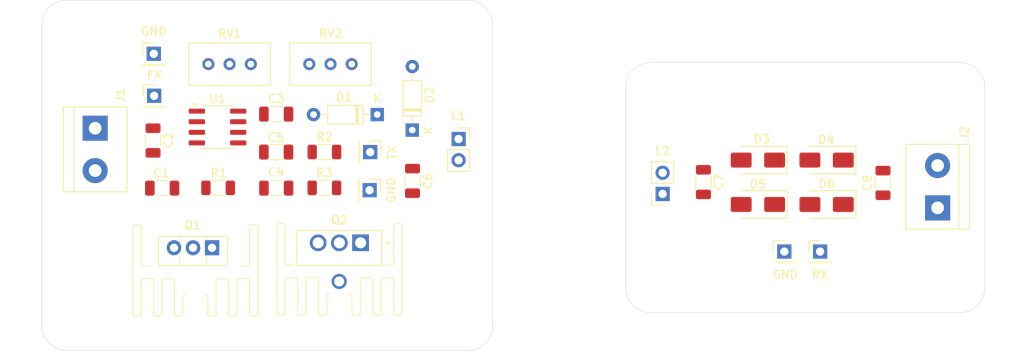
<source format=kicad_pcb>
(kicad_pcb (version 20240108) (generator "pcbnew") (generator_version "8.0")
  (layers (0 "F.Cu" signal) (1 "In1.Cu" signal) (2 "In2.Cu" signal) (31 "B.Cu" signal) (34 "B.Paste" user) (35 "F.Paste" user) (36 "B.SilkS" user "B.Silkscreen") (37 "F.SilkS" user "F.Silkscreen") (38 "B.Mask" user) (39 "F.Mask" user) (44 "Edge.Cuts" user))
  (net 0 "")
  (net 1 "GND")
  (net 2 "+9V")
  (net 3 "Net-(U1-CV)")
  (net 4 "Net-(D1-K)")
  (net 5 "Net-(D2-K)")
  (net 6 "Net-(D2-A)")
  (net 7 "Net-(D5-K)")
  (net 8 "Net-(D3-K)")
  (net 9 "Net-(D4-K)")
  (net 10 "Net-(D1-A)")
  (net 11 "Net-(Q1-C)")
  (net 12 "Net-(Q1-B)")
  (net 13 "Net-(Q2-Pad1)")
  (net 14 "Out_Timer")
  (footprint "MountingHole:MountingHole_3.2mm_M3" (layer "F.Cu") (at 139.76 82.74)
    (property "Reference" "REF**" (hide yes))
    (property "Value" "MountingHole_3.2mm_M3")
    (pad "" np_thru_hole circle (at 0 0) (size 3.2 3.2) (drill 3.2) (layers "*.Cu" "*.Mask"))
  )
  (footprint "TerminalBlock:TerminalBlock_bornier-2_P5.08mm" (layer "F.Cu") (at 197.28 103.3 90)
    (property "Reference" "J2" (at 8.95 3.21 90) (layer "F.SilkS"))
    (property "Value" "Screw_Terminal_01x02")
    (fp_line (start 7.62 -3.81) (end -2.54 -3.81) (stroke (width 0.12)) (layer "F.SilkS"))
    (fp_line (start -2.54 -3.81) (end -2.54 3.81) (stroke (width 0.12)) (layer "F.SilkS"))
    (fp_line (start 7.62 2.54) (end -2.54 2.54) (stroke (width 0.12)) (layer "F.SilkS"))
    (fp_line (start 7.62 3.81) (end 7.62 -3.81) (stroke (width 0.12)) (layer "F.SilkS"))
    (fp_line (start -2.54 3.81) (end 7.62 3.81) (stroke (width 0.12)) (layer "F.SilkS"))
    (pad "1" thru_hole rect (at 0 0 90) (size 3 3) (drill 1.52) (layers "*.Cu" "*.Mask") (net 9 "Net-(D4-K)"))
    (pad "2" thru_hole circle (at 5.08 0 90) (size 3 3) (drill 1.52) (layers "*.Cu" "*.Mask") (net 1 "GND"))
  )
  (footprint "Connector_PinHeader_2.54mm:PinHeader_1x01_P2.54mm_Vertical" (layer "F.Cu") (at 183.21 108.54)
    (property "Reference" "TP4" (hide yes))
    (property "Value" "RX")
    (fp_line (start -1.33 -1.33) (end 0 -1.33) (stroke (width 0.12)) (layer "F.SilkS"))
    (fp_line (start -1.33 0) (end -1.33 -1.33) (stroke (width 0.12)) (layer "F.SilkS"))
    (fp_line (start -1.33 1.27) (end -1.33 1.33) (stroke (width 0.12)) (layer "F.SilkS"))
    (fp_line (start -1.33 1.27) (end 1.33 1.27) (stroke (width 0.12)) (layer "F.SilkS"))
    (fp_line (start -1.33 1.33) (end 1.33 1.33) (stroke (width 0.12)) (layer "F.SilkS"))
    (fp_line (start 1.33 1.27) (end 1.33 1.33) (stroke (width 0.12)) (layer "F.SilkS"))
    (pad "1" thru_hole rect (at 0 0) (size 1.7 1.7) (drill 1) (layers "*.Cu" "*.Mask") (net 8 "Net-(D3-K)"))
  )
  (footprint "Connector_PinHeader_2.54mm:PinHeader_1x01_P2.54mm_Vertical" (layer "F.Cu") (at 103.47 89.86)
    (property "Reference" "TP2" (hide yes))
    (property "Value" "OutTim")
    (fp_line (start -1.33 -1.33) (end 0 -1.33) (stroke (width 0.12)) (layer "F.SilkS"))
    (fp_line (start -1.33 0) (end -1.33 -1.33) (stroke (width 0.12)) (layer "F.SilkS"))
    (fp_line (start -1.33 1.27) (end -1.33 1.33) (stroke (width 0.12)) (layer "F.SilkS"))
    (fp_line (start -1.33 1.27) (end 1.33 1.27) (stroke (width 0.12)) (layer "F.SilkS"))
    (fp_line (start -1.33 1.33) (end 1.33 1.33) (stroke (width 0.12)) (layer "F.SilkS"))
    (fp_line (start 1.33 1.27) (end 1.33 1.33) (stroke (width 0.12)) (layer "F.SilkS"))
    (pad "1" thru_hole rect (at 0 0) (size 1.7 1.7) (drill 1) (layers "*.Cu" "*.Mask") (net 14 "Out_Timer"))
  )
  (footprint "TerminalBlock:TerminalBlock_bornier-2_P5.08mm" (layer "F.Cu") (at 96.41 93.75 -90)
    (property "Reference" "J1" (at -3.95 -3.03 90) (layer "F.SilkS"))
    (property "Value" "Screw_Terminal_01x02")
    (fp_line (start -2.54 3.81) (end 7.62 3.81) (stroke (width 0.12)) (layer "F.SilkS"))
    (fp_line (start 7.62 3.81) (end 7.62 -3.81) (stroke (width 0.12)) (layer "F.SilkS"))
    (fp_line (start 7.62 2.54) (end -2.54 2.54) (stroke (width 0.12)) (layer "F.SilkS"))
    (fp_line (start -2.54 -3.81) (end -2.54 3.81) (stroke (width 0.12)) (layer "F.SilkS"))
    (fp_line (start 7.62 -3.81) (end -2.54 -3.81) (stroke (width 0.12)) (layer "F.SilkS"))
    (pad "1" thru_hole rect (at 0 0 270) (size 3 3) (drill 1.52) (layers "*.Cu" "*.Mask") (net 1 "GND"))
    (pad "2" thru_hole circle (at 5.08 0 270) (size 3 3) (drill 1.52) (layers "*.Cu" "*.Mask") (net 2 "+9V"))
  )
  (footprint "Connector_PinSocket_2.54mm:PinSocket_1x02_P2.54mm_Vertical" (layer "F.Cu") (at 139.925 95.04)
    (property "Reference" "L1" (at 0 -2.77 0) (layer "F.SilkS"))
    (property "Value" "Conn_01x02_Socket")
    (fp_line (start -1.33 1.27) (end -1.33 3.87) (stroke (width 0.12)) (layer "F.SilkS"))
    (fp_line (start -1.33 1.27) (end 1.33 1.27) (stroke (width 0.12)) (layer "F.SilkS"))
    (fp_line (start -1.33 3.87) (end 1.33 3.87) (stroke (width 0.12)) (layer "F.SilkS"))
    (fp_line (start 0 -1.33) (end 1.33 -1.33) (stroke (width 0.12)) (layer "F.SilkS"))
    (fp_line (start 1.33 -1.33) (end 1.33 0) (stroke (width 0.12)) (layer "F.SilkS"))
    (fp_line (start 1.33 1.27) (end 1.33 3.87) (stroke (width 0.12)) (layer "F.SilkS"))
    (pad "1" thru_hole rect (at 0 0) (size 1.7 1.7) (drill 1) (layers "*.Cu" "*.Mask") (net 5 "Net-(D2-K)"))
    (pad "2" thru_hole oval (at 0 2.54) (size 1.7 1.7) (drill 1) (layers "*.Cu" "*.Mask") (net 6 "Net-(D2-A)"))
  )
  (footprint "Connector_PinHeader_2.54mm:PinHeader_1x01_P2.54mm_Vertical" (layer "F.Cu") (at 129.27 101.18 -90)
    (property "Reference" "TP5" (hide yes))
    (property "Value" "GND")
    (fp_line (start -1.33 1.33) (end 1.33 1.33) (stroke (width 0.12)) (layer "F.SilkS"))
    (fp_line (start -1.33 1.27) (end -1.33 1.33) (stroke (width 0.12)) (layer "F.SilkS"))
    (fp_line (start -1.33 1.27) (end 1.33 1.27) (stroke (width 0.12)) (layer "F.SilkS"))
    (fp_line (start 1.33 1.27) (end 1.33 1.33) (stroke (width 0.12)) (layer "F.SilkS"))
    (fp_line (start -1.33 0) (end -1.33 -1.33) (stroke (width 0.12)) (layer "F.SilkS"))
    (fp_line (start -1.33 -1.33) (end 0 -1.33) (stroke (width 0.12)) (layer "F.SilkS"))
    (pad "1" thru_hole rect (at 0 0 270) (size 1.7 1.7) (drill 1) (layers "*.Cu" "*.Mask") (net 1 "GND"))
  )
  (footprint "Resistor_SMD:R_1206_3216Metric" (layer "F.Cu") (at 123.8575 100.9)
    (property "Reference" "R3" (at 0 -1.82 0) (layer "F.SilkS"))
    (property "Value" "150Ω")
    (fp_line (start -0.727064 -0.91) (end 0.727064 -0.91) (stroke (width 0.12)) (layer "F.SilkS"))
    (fp_line (start -0.727064 0.91) (end 0.727064 0.91) (stroke (width 0.12)) (layer "F.SilkS"))
    (pad "1" smd roundrect (at -1.4625 0) (size 1.125 1.75) (layers "F.Cu" "F.Paste" "F.Mask") (roundrect_rratio 0.222222) (net 11 "Net-(Q1-C)"))
    (pad "2" smd roundrect (at 1.4625 0) (size 1.125 1.75) (layers "F.Cu" "F.Paste" "F.Mask") (roundrect_rratio 0.222222) (net 13 "Net-(Q2-Pad1)"))
  )
  (footprint "Capacitor_SMD:C_1206_3216Metric" (layer "F.Cu") (at 169.24 100.21 -90)
    (property "Reference" "C7" (at 0 -1.85 90) (layer "F.SilkS"))
    (property "Value" "2nF")
    (fp_line (start -0.711252 0.91) (end 0.711252 0.91) (stroke (width 0.12)) (layer "F.SilkS"))
    (fp_line (start -0.711252 -0.91) (end 0.711252 -0.91) (stroke (width 0.12)) (layer "F.SilkS"))
    (pad "1" smd roundrect (at -1.475 0 270) (size 1.15 1.8) (layers "F.Cu" "F.Paste" "F.Mask") (roundrect_rratio 0.217391) (net 8 "Net-(D3-K)"))
    (pad "2" smd roundrect (at 1.475 0 270) (size 1.15 1.8) (layers "F.Cu" "F.Paste" "F.Mask") (roundrect_rratio 0.217391) (net 7 "Net-(D5-K)"))
  )
  (footprint "Diode_THT:D_DO-35_SOD27_P7.62mm_Horizontal" (layer "F.Cu") (at 134.38 93.97 90)
    (property "Reference" "D2" (at 4.19 2.09 90) (layer "F.SilkS"))
    (property "Value" "1N4148")
    (fp_line (start 5.93 -1.12) (end 1.69 -1.12) (stroke (width 0.12)) (layer "F.SilkS"))
    (fp_line (start 2.53 -1.12) (end 2.53 1.12) (stroke (width 0.12)) (layer "F.SilkS"))
    (fp_line (start 2.41 -1.12) (end 2.41 1.12) (stroke (width 0.12)) (layer "F.SilkS"))
    (fp_line (start 2.29 -1.12) (end 2.29 1.12) (stroke (width 0.12)) (layer "F.SilkS"))
    (fp_line (start 1.69 -1.12) (end 1.69 1.12) (stroke (width 0.12)) (layer "F.SilkS"))
    (fp_line (start 6.58 0) (end 5.93 0) (stroke (width 0.12)) (layer "F.SilkS"))
    (fp_line (start 1.04 0) (end 1.69 0) (stroke (width 0.12)) (layer "F.SilkS"))
    (fp_line (start 5.93 1.12) (end 5.93 -1.12) (stroke (width 0.12)) (layer "F.SilkS"))
    (fp_line (start 1.69 1.12) (end 5.93 1.12) (stroke (width 0.12)) (layer "F.SilkS"))
    (fp_text user "K" (at 0 1.92 90) (layer "F.SilkS"))
    (pad "1" thru_hole rect (at 0 0 90) (size 1.6 1.6) (drill 0.8) (layers "*.Cu" "*.Mask") (net 5 "Net-(D2-K)"))
    (pad "2" thru_hole oval (at 7.62 0 90) (size 1.6 1.6) (drill 0.8) (layers "*.Cu" "*.Mask") (net 6 "Net-(D2-A)"))
  )
  (footprint "MountingHole:MountingHole_3.2mm_M3" (layer "F.Cu") (at 139.69 116.14)
    (property "Reference" "REF**" (hide yes))
    (property "Value" "MountingHole_3.2mm_M3")
    (pad "" np_thru_hole circle (at 0 0) (size 3.2 3.2) (drill 3.2) (layers "*.Cu" "*.Mask"))
  )
  (footprint "Capacitor_SMD:C_1206_3216Metric" (layer "F.Cu") (at 103.34 95.225 -90)
    (property "Reference" "C2" (at 0 -1.85 90) (layer "F.SilkS"))
    (property "Value" "100nF")
    (fp_line (start -0.711252 0.91) (end 0.711252 0.91) (stroke (width 0.12)) (layer "F.SilkS"))
    (fp_line (start -0.711252 -0.91) (end 0.711252 -0.91) (stroke (width 0.12)) (layer "F.SilkS"))
    (pad "1" smd roundrect (at -1.475 0 270) (size 1.15 1.8) (layers "F.Cu" "F.Paste" "F.Mask") (roundrect_rratio 0.217391) (net 2 "+9V"))
    (pad "2" smd roundrect (at 1.475 0 270) (size 1.15 1.8) (layers "F.Cu" "F.Paste" "F.Mask") (roundrect_rratio 0.217391) (net 1 "GND"))
  )
  (footprint "MountingHole:MountingHole_3.2mm_M3" (layer "F.Cu") (at 198.16 111.44)
    (property "Reference" "REF**" (hide yes))
    (property "Value" "MountingHole_3.2mm_M3")
    (pad "" np_thru_hole circle (at 0 0) (size 3.2 3.2) (drill 3.2) (layers "*.Cu" "*.Mask"))
  )
  (footprint "Diode_SMD:D_SMA" (layer "F.Cu") (at 175.7625 102.89 180)
    (property "Reference" "D5" (at -0.01 2.43 360) (layer "F.SilkS"))
    (property "Value" "SS14")
    (fp_line (start -3.51 1.65) (end 2 1.65) (stroke (width 0.12)) (layer "F.SilkS"))
    (fp_line (start -3.51 -1.65) (end 2 -1.65) (stroke (width 0.12)) (layer "F.SilkS"))
    (fp_line (start -3.51 -1.65) (end -3.51 1.65) (stroke (width 0.12)) (layer "F.SilkS"))
    (pad "1" smd roundrect (at -2 0 180) (size 2.5 1.8) (layers "F.Cu" "F.Paste" "F.Mask") (roundrect_rratio 0.1388888889) (net 7 "Net-(D5-K)"))
    (pad "2" smd roundrect (at 2 0 180) (size 2.5 1.8) (layers "F.Cu" "F.Paste" "F.Mask") (roundrect_rratio 0.1388888889) (net 1 "GND"))
  )
  (footprint "Package_SO:SOIC-8_3.9x4.9mm_P1.27mm" (layer "F.Cu") (at 111.065 93.605)
    (property "Reference" "U1" (at 0 -3.4 360) (layer "F.SilkS"))
    (property "Value" "NE555D")
    (fp_line (start 0 -2.56) (end -1.95 -2.56) (stroke (width 0.12)) (layer "F.SilkS"))
    (fp_line (start 0 -2.56) (end 1.95 -2.56) (stroke (width 0.12)) (layer "F.SilkS"))
    (fp_line (start 0 2.56) (end -1.95 2.56) (stroke (width 0.12)) (layer "F.SilkS"))
    (fp_line (start 0 2.56) (end 1.95 2.56) (stroke (width 0.12)) (layer "F.SilkS"))
    (fp_poly (pts (xy -2.7 -2.465) (xy -2.94 -2.795) (xy -2.46 -2.795) (xy -2.7 -2.465)) (stroke (width 0.12)) (fill solid) (layer "F.SilkS"))
    (pad "1" smd roundrect (at -2.475 -1.905) (size 1.95 0.6) (layers "F.Cu" "F.Paste" "F.Mask") (net 1 "GND"))
    (pad "2" smd roundrect (at -2.475 -0.635) (size 1.95 0.6) (layers "F.Cu" "F.Paste" "F.Mask") (net 4 "Net-(D1-K)"))
    (pad "3" smd roundrect (at -2.475 0.635) (size 1.95 0.6) (layers "F.Cu" "F.Paste" "F.Mask") (net 14 "Out_Timer"))
    (pad "4" smd roundrect (at -2.475 1.905) (size 1.95 0.6) (layers "F.Cu" "F.Paste" "F.Mask") (net 2 "+9V"))
    (pad "5" smd roundrect (at 2.475 1.905) (size 1.95 0.6) (layers "F.Cu" "F.Paste" "F.Mask") (net 3 "Net-(U1-CV)"))
    (pad "6" smd roundrect (at 2.475 0.635) (size 1.95 0.6) (layers "F.Cu" "F.Paste" "F.Mask") (net 4 "Net-(D1-K)"))
    (pad "7" smd roundrect (at 2.475 -0.635) (size 1.95 0.6) (layers "F.Cu" "F.Paste" "F.Mask") (net 10 "Net-(D1-A)"))
    (pad "8" smd roundrect (at 2.475 -1.905) (size 1.95 0.6) (layers "F.Cu" "F.Paste" "F.Mask") (net 2 "+9V"))
  )
  (footprint "Connector_PinHeader_2.54mm:PinHeader_1x01_P2.54mm_Vertical" (layer "F.Cu") (at 129.34 96.62 -90)
    (property "Reference" "TP3" (hide yes))
    (property "Value" "TX")
    (fp_line (start -1.33 1.33) (end 1.33 1.33) (stroke (width 0.12)) (layer "F.SilkS"))
    (fp_line (start -1.33 1.27) (end -1.33 1.33) (stroke (width 0.12)) (layer "F.SilkS"))
    (fp_line (start -1.33 1.27) (end 1.33 1.27) (stroke (width 0.12)) (layer "F.SilkS"))
    (fp_line (start 1.33 1.27) (end 1.33 1.33) (stroke (width 0.12)) (layer "F.SilkS"))
    (fp_line (start -1.33 0) (end -1.33 -1.33) (stroke (width 0.12)) (layer "F.SilkS"))
    (fp_line (start -1.33 -1.33) (end 0 -1.33) (stroke (width 0.12)) (layer "F.SilkS"))
    (pad "1" thru_hole rect (at 0 0 270) (size 1.7 1.7) (drill 1) (layers "*.Cu" "*.Mask") (net 6 "Net-(D2-A)"))
  )
  (footprint "Huellas:TO254P1016X419X2286-3" (layer "F.Cu") (at 125.6525 107.49 180)
    (property "Reference" "Q2" (at 0.0025 2.72 360) (layer "F.SilkS"))
    (property "Value" "IRFZ44N")
    (fp_line (start 5.08 1.4775) (end -5.08 1.4775) (stroke (width 0.127)) (layer "F.SilkS"))
    (fp_line (start 5.08 -2.7175) (end 5.08 1.4775) (stroke (width 0.127)) (layer "F.SilkS"))
    (fp_line (start -5.08 1.4775) (end -5.08 -2.7175) (stroke (width 0.127)) (layer "F.SilkS"))
    (fp_line (start -5.08 -2.7175) (end 5.08 -2.7175) (stroke (width 0.127)) (layer "F.SilkS"))
    (fp_circle (center -5.83 0) (end -5.73 0) (stroke (width 0.2)) (fill none) (layer "F.SilkS"))
    (pad "1" thru_hole rect (at -2.54 0 180) (size 1.995 1.995) (drill 1.33) (layers "*.Cu" "*.Mask") (net 13 "Net-(Q2-Pad1)"))
    (pad "2" thru_hole circle (at 0 0 180) (size 1.995 1.995) (drill 1.33) (layers "*.Cu" "*.Mask") (net 6 "Net-(D2-A)"))
    (pad "3" thru_hole circle (at 2.54 0 180) (size 1.995 1.995) (drill 1.33) (layers "*.Cu" "*.Mask") (net 1 "GND"))
  )
  (footprint "Resistor_SMD:R_1206_3216Metric" (layer "F.Cu") (at 111.135 100.9)
    (property "Reference" "R1" (at 0.08 -1.8 360) (layer "F.SilkS"))
    (property "Value" "100Ω")
    (fp_line (start -0.727064 -0.91) (end 0.727064 -0.91) (stroke (width 0.12)) (layer "F.SilkS"))
    (fp_line (start -0.727064 0.91) (end 0.727064 0.91) (stroke (width 0.12)) (layer "F.SilkS"))
    (pad "1" smd roundrect (at -1.4625 0) (size 1.125 1.75) (layers "F.Cu" "F.Paste" "F.Mask") (roundrect_rratio 0.222222) (net 14 "Out_Timer"))
    (pad "2" smd roundrect (at 1.4625 0) (size 1.125 1.75) (layers "F.Cu" "F.Paste" "F.Mask") (roundrect_rratio 0.222222) (net 12 "Net-(Q1-B)"))
  )
  (footprint "MountingHole:MountingHole_3.2mm_M3" (layer "F.Cu") (at 94.5 115.57)
    (property "Reference" "REF**" (hide yes))
    (property "Value" "MountingHole_3.2mm_M3")
    (pad "" np_thru_hole circle (at 0 0) (size 3.2 3.2) (drill 3.2) (layers "*.Cu" "*.Mask"))
  )
  (footprint "MountingHole:MountingHole_3.2mm_M3" (layer "F.Cu") (at 94.53 82.74)
    (property "Reference" "REF**" (hide yes))
    (property "Value" "MountingHole_3.2mm_M3")
    (pad "" np_thru_hole circle (at 0 0) (size 3.2 3.2) (drill 3.2) (layers "*.Cu" "*.Mask"))
  )
  (footprint "MountingHole:MountingHole_3.2mm_M3" (layer "F.Cu") (at 164.59 90.35)
    (property "Reference" "REF**" (hide yes))
    (property "Value" "MountingHole_3.2mm_M3")
    (pad "" np_thru_hole circle (at 0 0) (size 3.2 3.2) (drill 3.2) (layers "*.Cu" "*.Mask"))
  )
  (footprint "Huellas:MountingHole_D1.2" (layer "F.Cu") (at 125.6525 112.12 180)
    (property "Reference" "REF**" (hide yes))
    (property "Value" "MountingHole_D1.2")
    (pad "1" thru_hole circle (at 0.02 0 180) (size 1.8 1.8) (drill 1.2) (layers "*.Cu" "*.Mask"))
  )
  (footprint "Diode_SMD:D_SMA" (layer "F.Cu") (at 175.7625 97.57 180)
    (property "Reference" "D3" (at -0.4625 2.52 360) (layer "F.SilkS"))
    (property "Value" "SS14")
    (fp_line (start -3.51 1.65) (end 2 1.65) (stroke (width 0.12)) (layer "F.SilkS"))
    (fp_line (start -3.51 -1.65) (end 2 -1.65) (stroke (width 0.12)) (layer "F.SilkS"))
    (fp_line (start -3.51 -1.65) (end -3.51 1.65) (stroke (width 0.12)) (layer "F.SilkS"))
    (pad "1" smd roundrect (at -2 0 180) (size 2.5 1.8) (layers "F.Cu" "F.Paste" "F.Mask") (roundrect_rratio 0.1388888889) (net 8 "Net-(D3-K)"))
    (pad "2" smd roundrect (at 2 0 180) (size 2.5 1.8) (layers "F.Cu" "F.Paste" "F.Mask") (roundrect_rratio 0.1388888889) (net 1 "GND"))
  )
  (footprint "Connector_PinSocket_2.54mm:PinSocket_1x02_P2.54mm_Vertical" (layer "F.Cu") (at 164.355 101.63 180)
    (property "Reference" "L2" (at 0.01 5.16 360) (layer "F.SilkS"))
    (property "Value" "Conn_01x02_Socket")
    (fp_line (start 1.33 1.27) (end 1.33 3.87) (stroke (width 0.12)) (layer "F.SilkS"))
    (fp_line (start 1.33 -1.33) (end 1.33 0) (stroke (width 0.12)) (layer "F.SilkS"))
    (fp_line (start 0 -1.33) (end 1.33 -1.33) (stroke (width 0.12)) (layer "F.SilkS"))
    (fp_line (start -1.33 3.87) (end 1.33 3.87) (stroke (width 0.12)) (layer "F.SilkS"))
    (fp_line (start -1.33 1.27) (end 1.33 1.27) (stroke (width 0.12)) (layer "F.SilkS"))
    (fp_line (start -1.33 1.27) (end -1.33 3.87) (stroke (width 0.12)) (layer "F.SilkS"))
    (pad "1" thru_hole rect (at 0 0 180) (size 1.7 1.7) (drill 1) (layers "*.Cu" "*.Mask") (net 7 "Net-(D5-K)"))
    (pad "2" thru_hole oval (at 0 2.54 180) (size 1.7 1.7) (drill 1) (layers "*.Cu" "*.Mask") (net 8 "Net-(D3-K)"))
  )
  (footprint "Capacitor_SMD:C_1206_3216Metric" (layer "F.Cu") (at 118.0825 96.61 180)
    (property "Reference" "C5" (at 0.02 1.76 360) (layer "F.SilkS"))
    (property "Value" "10nF")
    (fp_line (start -0.711252 0.91) (end 0.711252 0.91) (stroke (width 0.12)) (layer "F.SilkS"))
    (fp_line (start -0.711252 -0.91) (end 0.711252 -0.91) (stroke (width 0.12)) (layer "F.SilkS"))
    (pad "1" smd roundrect (at -1.475 0 180) (size 1.15 1.8) (layers "F.Cu" "F.Paste" "F.Mask") (roundrect_rratio 0.217391) (net 1 "GND"))
    (pad "2" smd roundrect (at 1.475 0 180) (size 1.15 1.8) (layers "F.Cu" "F.Paste" "F.Mask") (roundrect_rratio 0.217391) (net 4 "Net-(D1-K)"))
  )
  (footprint "Diode_SMD:D_SMA" (layer "F.Cu") (at 183.99 97.57 180)
    (property "Reference" "D4" (at 0.04 2.45 360) (layer "F.SilkS"))
    (property "Value" "SS14")
    (fp_line (start -3.51 1.65) (end 2 1.65) (stroke (width 0.12)) (layer "F.SilkS"))
    (fp_line (start -3.51 -1.65) (end 2 -1.65) (stroke (width 0.12)) (layer "F.SilkS"))
    (fp_line (start -3.51 -1.65) (end -3.51 1.65) (stroke (width 0.12)) (layer "F.SilkS"))
    (pad "1" smd roundrect (at -2 0 180) (size 2.5 1.8) (layers "F.Cu" "F.Paste" "F.Mask") (roundrect_rratio 0.1388888889) (net 9 "Net-(D4-K)"))
    (pad "2" smd roundrect (at 2 0 180) (size 2.5 1.8) (layers "F.Cu" "F.Paste" "F.Mask") (roundrect_rratio 0.1388888889) (net 8 "Net-(D3-K)"))
  )
  (footprint "Capacitor_SMD:C_1206_3216Metric" (layer "F.Cu") (at 118.095 100.93 180)
    (property "Reference" "C4" (at 0.02 1.91 360) (layer "F.SilkS"))
    (property "Value" "10nF")
    (fp_line (start -0.711252 0.91) (end 0.711252 0.91) (stroke (width 0.12)) (layer "F.SilkS"))
    (fp_line (start -0.711252 -0.91) (end 0.711252 -0.91) (stroke (width 0.12)) (layer "F.SilkS"))
    (pad "1" smd roundrect (at -1.475 0 180) (size 1.15 1.8) (layers "F.Cu" "F.Paste" "F.Mask") (roundrect_rratio 0.217391) (net 1 "GND"))
    (pad "2" smd roundrect (at 1.475 0 180) (size 1.15 1.8) (layers "F.Cu" "F.Paste" "F.Mask") (roundrect_rratio 0.217391) (net 3 "Net-(U1-CV)"))
  )
  (footprint "Connector_PinHeader_2.54mm:PinHeader_1x01_P2.54mm_Vertical" (layer "F.Cu") (at 178.93 108.54)
    (property "Reference" "TP6" (hide yes))
    (property "Value" "GND")
    (fp_line (start -1.33 -1.33) (end 0 -1.33) (stroke (width 0.12)) (layer "F.SilkS"))
    (fp_line (start -1.33 0) (end -1.33 -1.33) (stroke (width 0.12)) (layer "F.SilkS"))
    (fp_line (start -1.33 1.27) (end -1.33 1.33) (stroke (width 0.12)) (layer "F.SilkS"))
    (fp_line (start -1.33 1.27) (end 1.33 1.27) (stroke (width 0.12)) (layer "F.SilkS"))
    (fp_line (start -1.33 1.33) (end 1.33 1.33) (stroke (width 0.12)) (layer "F.SilkS"))
    (fp_line (start 1.33 1.27) (end 1.33 1.33) (stroke (width 0.12)) (layer "F.SilkS"))
    (pad "1" thru_hole rect (at 0 0) (size 1.7 1.7) (drill 1) (layers "*.Cu" "*.Mask") (net 1 "GND"))
  )
  (footprint "Huellas:Heatsink_TO220_Vert_20x15x11_Pin1" (layer "F.Cu") (at 108.4 110.79 180)
    (property "Reference" "REF**" (hide yes))
    (property "Value" "Heatsink_TO220_Vert_20x15x11_Pin1")
    (fp_line (start 7.5 -5.2) (end 7.5 5.2) (stroke (width 0.1)) (layer "F.SilkS"))
    (fp_line (start 7.2 5.5) (end 6.8 5.5) (stroke (width 0.1)) (layer "F.SilkS"))
    (fp_line (start 6.8 -5.5) (end 7.2 -5.5) (stroke (width 0.1)) (layer "F.SilkS"))
    (fp_line (start 6.5 5.2) (end 6.5 0.8) (stroke (width 0.1)) (layer "F.SilkS"))
    (fp_line (start 6.5 -1.3) (end 6.5 -5.2) (stroke (width 0.1)) (layer "F.SilkS"))
    (fp_line (start 6.2 0.5) (end 5.5 0.5) (stroke (width 0.1)) (layer "F.SilkS"))
    (fp_line (start 5.3 -1) (end 6.2 -1) (stroke (width 0.1)) (layer "F.SilkS"))
    (fp_line (start 5 -5.2) (end 5 -1.3) (stroke (width 0.1)) (layer "F.SilkS"))
    (fp_line (start 4.3 -5.5) (end 4.7 -5.5) (stroke (width 0.1)) (layer "F.SilkS"))
    (fp_line (start 4 -1.3) (end 4 -5.2) (stroke (width 0.1)) (layer "F.SilkS"))
    (fp_line (start 2.8 -1) (end 3.7 -1) (stroke (width 0.1)) (layer "F.SilkS"))
    (fp_line (start 2.5 -5.2) (end 2.5 -1.3) (stroke (width 0.1)) (layer "F.SilkS"))
    (fp_line (start 1.8 -5.5) (end 2.2 -5.5) (stroke (width 0.1)) (layer "F.SilkS"))
    (fp_line (start 1.5 -3.2) (end 1.5 -5.2) (stroke (width 0.1)) (layer "F.SilkS"))
    (fp_line (start 1.2 -2.9) (end 1.1 -2.9) (stroke (width 0.1)) (layer "F.SilkS"))
    (fp_line (start -1.2 -2.9) (end -1.1 -2.9) (stroke (width 0.1)) (layer "F.SilkS"))
    (fp_line (start -1.5 -5.2) (end -1.5 -3.2) (stroke (width 0.1)) (layer "F.SilkS"))
    (fp_line (start -2.2 -5.5) (end -1.8 -5.5) (stroke (width 0.1)) (layer "F.SilkS"))
    (fp_line (start -2.5 -1.3) (end -2.5 -5.2) (stroke (width 0.1)) (layer "F.SilkS"))
    (fp_line (start -3.7 -1) (end -2.8 -1) (stroke (width 0.1)) (layer "F.SilkS"))
    (fp_line (start -4 -5.2) (end -4 -1.3) (stroke (width 0.1)) (layer "F.SilkS"))
    (fp_line (start -4.7 -5.5) (end -4.3 -5.5) (stroke (width 0.1)) (layer "F.SilkS"))
    (fp_line (start -5 -1.3) (end -5 -5.2) (stroke (width 0.1)) (layer "F.SilkS"))
    (fp_line (start -6.2 0.5) (end -5.5 0.5) (stroke (width 0.1)) (layer "F.SilkS"))
    (fp_line (start -6.2 -1) (end -5.3 -1) (stroke (width 0.1)) (layer "F.SilkS"))
    (fp_line (start -6.5 0.8) (end -6.5 5.2) (stroke (width 0.1)) (layer "F.SilkS"))
    (fp_line (start -6.5 -5.2) (end -6.5 -1.3) (stroke (width 0.1)) (layer "F.SilkS"))
    (fp_line (start -6.8 5.5) (end -7.2 5.5) (stroke (width 0.1)) (layer "F.SilkS"))
    (fp_line (start -7.2 -5.5) (end -6.8 -5.5) (stroke (width 0.1)) (layer "F.SilkS"))
    (fp_line (start -7.5 5.2) (end -7.5 -5.2) (stroke (width 0.1)) (layer "F.SilkS"))
    (fp_arc (start 7.5 5.2) (mid 7.412132 5.412132) (end 7.2 5.5) (stroke (width 0.1)) (layer "F.SilkS"))
    (fp_arc (start 7.2 -5.5) (mid 7.412132 -5.412132) (end 7.5 -5.2) (stroke (width 0.1)) (layer "F.SilkS"))
    (fp_arc (start 6.8 5.5) (mid 6.587868 5.412132) (end 6.5 5.2) (stroke (width 0.1)) (layer "F.SilkS"))
    (fp_arc (start 6.5 -1.3) (mid 6.412132 -1.087868) (end 6.2 -1) (stroke (width 0.1)) (layer "F.SilkS"))
    (fp_arc (start 6.5 -5.2) (mid 6.587868 -5.412132) (end 6.8 -5.5) (stroke (width 0.1)) (layer "F.SilkS"))
    (fp_arc (start 6.2 0.5) (mid 6.412132 0.587868) (end 6.5 0.8) (stroke (width 0.1)) (layer "F.SilkS"))
    (fp_arc (start 5.3 -1) (mid 5.087868 -1.087868) (end 5 -1.3) (stroke (width 0.1)) (layer "F.SilkS"))
    (fp_arc (start 4.7 -5.5) (mid 4.912132 -5.412132) (end 5 -5.2) (stroke (width 0.1)) (layer "F.SilkS"))
    (fp_arc (start 4 -1.3) (mid 3.912132 -1.087868) (end 3.7 -1) (stroke (width 0.1)) (layer "F.SilkS"))
    (fp_arc (start 4 -5.2) (mid 4.087868 -5.412132) (end 4.3 -5.5) (stroke (width 0.1)) (layer "F.SilkS"))
    (fp_arc (start 2.8 -1) (mid 2.587868 -1.087868) (end 2.5 -1.3) (stroke (width 0.1)) (layer "F.SilkS"))
    (fp_arc (start 2.2 -5.5) (mid 2.412132 -5.412132) (end 2.5 -5.2) (stroke (width 0.1)) (layer "F.SilkS"))
    (fp_arc (start 1.5 -3.2) (mid 1.412132 -2.987868) (end 1.2 -2.9) (stroke (width 0.1)) (layer "F.SilkS"))
    (fp_arc (start 1.5 -5.2) (mid 1.587868 -5.412132) (end 1.8 -5.5) (stroke (width 0.1)) (layer "F.SilkS"))
    (fp_arc (start -1.2 -2.9) (mid -1.412132 -2.987868) (end -1.5 -3.2) (stroke (width 0.1)) (layer "F.SilkS"))
    (fp_arc (start -1.8 -5.5) (mid -1.587868 -5.412132) (end -1.5 -5.2) (stroke (width 0.1)) (layer "F.SilkS"))
    (fp_arc (start -2.5 -1.3) (mid -2.587868 -1.087868) (end -2.8 -1) (stroke (width 0.1)) (layer "F.SilkS"))
    (fp_arc (start -2.5 -5.2) (mid -2.412132 -5.412132) (end -2.2 -5.5) (stroke (width 0.1)) (layer "F.SilkS"))
    (fp_arc (start -3.7 -1) (mid -3.912132 -1.087868) (end -4 -1.3) (stroke (width 0.1)) (layer "F.SilkS"))
    (fp_arc (start -4.3 -5.5) (mid -4.087868 -5.412132) (end -4 -5.2) (stroke (width 0.1)) (layer "F.SilkS"))
    (fp_arc (start -5 -1.3) (mid -5.087868 -1.087868) (end -5.3 -1) (stroke (width 0.1)) (layer "F.SilkS"))
    (fp_arc (start -5 -5.2) (mid -4.912132 -5.412132) (end -4.7 -5.5) (stroke (width 0.1)) (layer "F.SilkS"))
    (fp_arc (start -6.2 -1) (mid -6.412132 -1.087868) (end -6.5 -1.3) (stroke (width 0.1)) (layer "F.SilkS"))
    (fp_arc (start -6.5 5.2) (mid -6.587868 5.412132) (end -6.8 5.5) (stroke (width 0.1)) (layer "F.SilkS"))
    (fp_arc (start -6.5 0.8) (mid -6.412132 0.587868) (end -6.2 0.5) (stroke (width 0.1)) (layer "F.SilkS"))
    (fp_arc (start -6.8 -5.5) (mid -6.587868 -5.412132) (end -6.5 -5.2) (stroke (width 0.1)) (layer "F.SilkS"))
    (fp_arc (start -7.2 5.5) (mid -7.412132 5.412132) (end -7.5 5.2) (stroke (width 0.1)) (layer "F.SilkS"))
    (fp_arc (start -7.5 -5.2) (mid -7.412132 -5.412132) (end -7.2 -5.5) (stroke (width 0.1)) (layer "F.SilkS"))
  )
  (footprint "Huellas:Heatsink_TO220_Vert_20x15x11_Pin1" (layer "F.Cu") (at 125.66 110.68 180)
    (property "Reference" "REF**" (hide yes))
    (property "Value" "Heatsink_TO220_Vert_20x15x11_Pin1")
    (fp_line (start 7.5 -5.2) (end 7.5 5.2) (stroke (width 0.1)) (layer "F.SilkS"))
    (fp_line (start 7.2 5.5) (end 6.8 5.5) (stroke (width 0.1)) (layer "F.SilkS"))
    (fp_line (start 6.8 -5.5) (end 7.2 -5.5) (stroke (width 0.1)) (layer "F.SilkS"))
    (fp_line (start 6.5 5.2) (end 6.5 0.8) (stroke (width 0.1)) (layer "F.SilkS"))
    (fp_line (start 6.5 -1.3) (end 6.5 -5.2) (stroke (width 0.1)) (layer "F.SilkS"))
    (fp_line (start 6.2 0.5) (end 5.5 0.5) (stroke (width 0.1)) (layer "F.SilkS"))
    (fp_line (start 5.3 -1) (end 6.2 -1) (stroke (width 0.1)) (layer "F.SilkS"))
    (fp_line (start 5 -5.2) (end 5 -1.3) (stroke (width 0.1)) (layer "F.SilkS"))
    (fp_line (start 4.3 -5.5) (end 4.7 -5.5) (stroke (width 0.1)) (layer "F.SilkS"))
    (fp_line (start 4 -1.3) (end 4 -5.2) (stroke (width 0.1)) (layer "F.SilkS"))
    (fp_line (start 2.8 -1) (end 3.7 -1) (stroke (width 0.1)) (layer "F.SilkS"))
    (fp_line (start 2.5 -5.2) (end 2.5 -1.3) (stroke (width 0.1)) (layer "F.SilkS"))
    (fp_line (start 1.8 -5.5) (end 2.2 -5.5) (stroke (width 0.1)) (layer "F.SilkS"))
    (fp_line (start 1.5 -3.2) (end 1.5 -5.2) (stroke (width 0.1)) (layer "F.SilkS"))
    (fp_line (start 1.2 -2.9) (end 1.1 -2.9) (stroke (width 0.1)) (layer "F.SilkS"))
    (fp_line (start -1.2 -2.9) (end -1.1 -2.9) (stroke (width 0.1)) (layer "F.SilkS"))
    (fp_line (start -1.5 -5.2) (end -1.5 -3.2) (stroke (width 0.1)) (layer "F.SilkS"))
    (fp_line (start -2.2 -5.5) (end -1.8 -5.5) (stroke (width 0.1)) (layer "F.SilkS"))
    (fp_line (start -2.5 -1.3) (end -2.5 -5.2) (stroke (width 0.1)) (layer "F.SilkS"))
    (fp_line (start -3.7 -1) (end -2.8 -1) (stroke (width 0.1)) (layer "F.SilkS"))
    (fp_line (start -4 -5.2) (end -4 -1.3) (stroke (width 0.1)) (layer "F.SilkS"))
    (fp_line (start -4.7 -5.5) (end -4.3 -5.5) (stroke (width 0.1)) (layer "F.SilkS"))
    (fp_line (start -5 -1.3) (end -5 -5.2) (stroke (width 0.1)) (layer "F.SilkS"))
    (fp_line (start -6.2 0.5) (end -5.5 0.5) (stroke (width 0.1)) (layer "F.SilkS"))
    (fp_line (start -6.2 -1) (end -5.3 -1) (stroke (width 0.1)) (layer "F.SilkS"))
    (fp_line (start -6.5 0.8) (end -6.5 5.2) (stroke (width 0.1)) (layer "F.SilkS"))
    (fp_line (start -6.5 -5.2) (end -6.5 -1.3) (stroke (width 0.1)) (layer "F.SilkS"))
    (fp_line (start -6.8 5.5) (end -7.2 5.5) (stroke (width 0.1)) (layer "F.SilkS"))
    (fp_line (start -7.2 -5.5) (end -6.8 -5.5) (stroke (width 0.1)) (layer "F.SilkS"))
    (fp_line (start -7.5 5.2) (end -7.5 -5.2) (stroke (width 0.1)) (layer "F.SilkS"))
    (fp_arc (start 7.5 5.2) (mid 7.412132 5.412132) (end 7.2 5.5) (stroke (width 0.1)) (layer "F.SilkS"))
    (fp_arc (start 7.2 -5.5) (mid 7.412132 -5.412132) (end 7.5 -5.2) (stroke (width 0.1)) (layer "F.SilkS"))
    (fp_arc (start 6.8 5.5) (mid 6.587868 5.412132) (end 6.5 5.2) (stroke (width 0.1)) (layer "F.SilkS"))
    (fp_arc (start 6.5 -1.3) (mid 6.412132 -1.087868) (end 6.2 -1) (stroke (width 0.1)) (layer "F.SilkS"))
    (fp_arc (start 6.5 -5.2) (mid 6.587868 -5.412132) (end 6.8 -5.5) (stroke (width 0.1)) (layer "F.SilkS"))
    (fp_arc (start 6.2 0.5) (mid 6.412132 0.587868) (end 6.5 0.8) (stroke (width 0.1)) (layer "F.SilkS"))
    (fp_arc (start 5.3 -1) (mid 5.087868 -1.087868) (end 5 -1.3) (stroke (width 0.1)) (layer "F.SilkS"))
    (fp_arc (start 4.7 -5.5) (mid 4.912132 -5.412132) (end 5 -5.2) (stroke (width 0.1)) (layer "F.SilkS"))
    (fp_arc (start 4 -1.3) (mid 3.912132 -1.087868) (end 3.7 -1) (stroke (width 0.1)) (layer "F.SilkS"))
    (fp_arc (start 4 -5.2) (mid 4.087868 -5.412132) (end 4.3 -5.5) (stroke (width 0.1)) (layer "F.SilkS"))
    (fp_arc (start 2.8 -1) (mid 2.587868 -1.087868) (end 2.5 -1.3) (stroke (width 0.1)) (layer "F.SilkS"))
    (fp_arc (start 2.2 -5.5) (mid 2.412132 -5.412132) (end 2.5 -5.2) (stroke (width 0.1)) (layer "F.SilkS"))
    (fp_arc (start 1.5 -3.2) (mid 1.412132 -2.987868) (end 1.2 -2.9) (stroke (width 0.1)) (layer "F.SilkS"))
    (fp_arc (start 1.5 -5.2) (mid 1.587868 -5.412132) (end 1.8 -5.5) (stroke (width 0.1)) (layer "F.SilkS"))
    (fp_arc (start -1.2 -2.9) (mid -1.412132 -2.987868) (end -1.5 -3.2) (stroke (width 0.1)) (layer "F.SilkS"))
    (fp_arc (start -1.8 -5.5) (mid -1.587868 -5.412132) (end -1.5 -5.2) (stroke (width 0.1)) (layer "F.SilkS"))
    (fp_arc (start -2.5 -1.3) (mid -2.587868 -1.087868) (end -2.8 -1) (stroke (width 0.1)) (layer "F.SilkS"))
    (fp_arc (start -2.5 -5.2) (mid -2.412132 -5.412132) (end -2.2 -5.5) (stroke (width 0.1)) (layer "F.SilkS"))
    (fp_arc (start -3.7 -1) (mid -3.912132 -1.087868) (end -4 -1.3) (stroke (width 0.1)) (layer "F.SilkS"))
    (fp_arc (start -4.3 -5.5) (mid -4.087868 -5.412132) (end -4 -5.2) (stroke (width 0.1)) (layer "F.SilkS"))
    (fp_arc (start -5 -1.3) (mid -5.087868 -1.087868) (end -5.3 -1) (stroke (width 0.1)) (layer "F.SilkS"))
    (fp_arc (start -5 -5.2) (mid -4.912132 -5.412132) (end -4.7 -5.5) (stroke (width 0.1)) (layer "F.SilkS"))
    (fp_arc (start -6.2 -1) (mid -6.412132 -1.087868) (end -6.5 -1.3) (stroke (width 0.1)) (layer "F.SilkS"))
    (fp_arc (start -6.5 5.2) (mid -6.587868 5.412132) (end -6.8 5.5) (stroke (width 0.1)) (layer "F.SilkS"))
    (fp_arc (start -6.5 0.8) (mid -6.412132 0.587868) (end -6.2 0.5) (stroke (width 0.1)) (layer "F.SilkS"))
    (fp_arc (start -6.8 -5.5) (mid -6.587868 -5.412132) (end -6.5 -5.2) (stroke (width 0.1)) (layer "F.SilkS"))
    (fp_arc (start -7.2 5.5) (mid -7.412132 5.412132) (end -7.5 5.2) (stroke (width 0.1)) (layer "F.SilkS"))
    (fp_arc (start -7.5 -5.2) (mid -7.412132 -5.412132) (end -7.2 -5.5) (stroke (width 0.1)) (layer "F.SilkS"))
  )
  (footprint "Potentiometer_THT:Potentiometer_Bourns_3296W_Vertical" (layer "F.Cu") (at 127.13 86.06)
    (property "Reference" "RV2" (at -2.54 -3.66 360) (layer "F.SilkS"))
    (property "Value" "1kΩ")
    (fp_line (start -7.425 -2.53) (end -7.425 2.54) (stroke (width 0.12)) (layer "F.SilkS"))
    (fp_line (start -7.425 -2.53) (end 2.345 -2.53) (stroke (width 0.12)) (layer "F.SilkS"))
    (fp_line (start -7.425 2.54) (end 2.345 2.54) (stroke (width 0.12)) (layer "F.SilkS"))
    (fp_line (start 2.345 -2.53) (end 2.345 2.54) (stroke (width 0.12)) (layer "F.SilkS"))
    (pad "1" thru_hole circle (at 0 0) (size 1.44 1.44) (drill 0.8) (layers "*.Cu" "*.Mask") (net 4 "Net-(D1-K)"))
    (pad "2" thru_hole circle (at -2.54 0) (size 1.44 1.44) (drill 0.8) (layers "*.Cu" "*.Mask") (net 10 "Net-(D1-A)"))
    (pad "3" thru_hole circle (at -5.08 0) (size 1.44 1.44) (drill 0.8) (layers "*.Cu" "*.Mask") (net 10 "Net-(D1-A)"))
  )
  (footprint "Potentiometer_THT:Potentiometer_Bourns_3296W_Vertical" (layer "F.Cu") (at 115.05 86.06)
    (property "Reference" "RV1" (at -2.54 -3.66 0) (layer "F.SilkS"))
    (property "Value" "1kΩ")
    (fp_line (start -7.425 -2.53) (end -7.425 2.54) (stroke (width 0.12)) (layer "F.SilkS"))
    (fp_line (start -7.425 -2.53) (end 2.345 -2.53) (stroke (width 0.12)) (layer "F.SilkS"))
    (fp_line (start -7.425 2.54) (end 2.345 2.54) (stroke (width 0.12)) (layer "F.SilkS"))
    (fp_line (start 2.345 -2.53) (end 2.345 2.54) (stroke (width 0.12)) (layer "F.SilkS"))
    (pad "1" thru_hole circle (at 0 0) (size 1.44 1.44) (drill 0.8) (layers "*.Cu" "*.Mask") (net 10 "Net-(D1-A)"))
    (pad "2" thru_hole circle (at -2.54 0) (size 1.44 1.44) (drill 0.8) (layers "*.Cu" "*.Mask") (net 2 "+9V"))
    (pad "3" thru_hole circle (at -5.08 0) (size 1.44 1.44) (drill 0.8) (layers "*.Cu" "*.Mask") (net 2 "+9V"))
  )
  (footprint "Diode_SMD:D_SMA" (layer "F.Cu") (at 183.99 102.89 180)
    (property "Reference" "D6" (at -0.01 2.48 360) (layer "F.SilkS"))
    (property "Value" "SS14")
    (fp_line (start -3.51 1.65) (end 2 1.65) (stroke (width 0.12)) (layer "F.SilkS"))
    (fp_line (start -3.51 -1.65) (end 2 -1.65) (stroke (width 0.12)) (layer "F.SilkS"))
    (fp_line (start -3.51 -1.65) (end -3.51 1.65) (stroke (width 0.12)) (layer "F.SilkS"))
    (pad "1" smd roundrect (at -2 0 180) (size 2.5 1.8) (layers "F.Cu" "F.Paste" "F.Mask") (roundrect_rratio 0.1388888889) (net 9 "Net-(D4-K)"))
    (pad "2" smd roundrect (at 2 0 180) (size 2.5 1.8) (layers "F.Cu" "F.Paste" "F.Mask") (roundrect_rratio 0.1388888889) (net 7 "Net-(D5-K)"))
  )
  (footprint "Capacitor_SMD:C_1206_3216Metric" (layer "F.Cu") (at 134.41 100.065 -90)
    (property "Reference" "C6" (at 0 -1.85 90) (layer "F.SilkS"))
    (property "Value" "2nF")
    (fp_line (start -0.711252 0.91) (end 0.711252 0.91) (stroke (width 0.12)) (layer "F.SilkS"))
    (fp_line (start -0.711252 -0.91) (end 0.711252 -0.91) (stroke (width 0.12)) (layer "F.SilkS"))
    (pad "1" smd roundrect (at -1.475 0 270) (size 1.15 1.8) (layers "F.Cu" "F.Paste" "F.Mask") (roundrect_rratio 0.217391) (net 5 "Net-(D2-K)"))
    (pad "2" smd roundrect (at 1.475 0 270) (size 1.15 1.8) (layers "F.Cu" "F.Paste" "F.Mask") (roundrect_rratio 0.217391) (net 6 "Net-(D2-A)"))
  )
  (footprint "MountingHole:MountingHole_3.2mm_M3" (layer "F.Cu") (at 164.59 111.44)
    (property "Reference" "REF**" (hide yes))
    (property "Value" "MountingHole_3.2mm_M3")
    (pad "" np_thru_hole circle (at 0 0) (size 3.2 3.2) (drill 3.2) (layers "*.Cu" "*.Mask"))
  )
  (footprint "Connector_PinHeader_2.54mm:PinHeader_1x01_P2.54mm_Vertical" (layer "F.Cu") (at 103.43 84.83)
    (property "Reference" "TP1" (hide yes))
    (property "Value" "GND")
    (fp_line (start -1.33 -1.33) (end 0 -1.33) (stroke (width 0.12)) (layer "F.SilkS"))
    (fp_line (start -1.33 0) (end -1.33 -1.33) (stroke (width 0.12)) (layer "F.SilkS"))
    (fp_line (start -1.33 1.27) (end -1.33 1.33) (stroke (width 0.12)) (layer "F.SilkS"))
    (fp_line (start -1.33 1.27) (end 1.33 1.27) (stroke (width 0.12)) (layer "F.SilkS"))
    (fp_line (start -1.33 1.33) (end 1.33 1.33) (stroke (width 0.12)) (layer "F.SilkS"))
    (fp_line (start 1.33 1.27) (end 1.33 1.33) (stroke (width 0.12)) (layer "F.SilkS"))
    (pad "1" thru_hole rect (at 0 0) (size 1.7 1.7) (drill 1) (layers "*.Cu" "*.Mask") (net 1 "GND"))
  )
  (footprint "Capacitor_SMD:C_1206_3216Metric" (layer "F.Cu") (at 118.09 92.06)
    (property "Reference" "C3" (at 0 -1.85 360) (layer "F.SilkS"))
    (property "Value" "100nF")
    (fp_line (start -0.711252 -0.91) (end 0.711252 -0.91) (stroke (width 0.12)) (layer "F.SilkS"))
    (fp_line (start -0.711252 0.91) (end 0.711252 0.91) (stroke (width 0.12)) (layer "F.SilkS"))
    (pad "1" smd roundrect (at -1.475 0) (size 1.15 1.8) (layers "F.Cu" "F.Paste" "F.Mask") (roundrect_rratio 0.217391) (net 1 "GND"))
    (pad "2" smd roundrect (at 1.475 0) (size 1.15 1.8) (layers "F.Cu" "F.Paste" "F.Mask") (roundrect_rratio 0.217391) (net 2 "+9V"))
  )
  (footprint "Diode_THT:D_DO-35_SOD27_P7.62mm_Horizontal" (layer "F.Cu") (at 130.18 92.11 180)
    (property "Reference" "D1" (at 3.96 2.07 360) (layer "F.SilkS"))
    (property "Value" "1N4148")
    (fp_line (start 6.58 0) (end 5.93 0) (stroke (width 0.12)) (layer "F.SilkS"))
    (fp_line (start 5.93 1.12) (end 5.93 -1.12) (stroke (width 0.12)) (layer "F.SilkS"))
    (fp_line (start 5.93 -1.12) (end 1.69 -1.12) (stroke (width 0.12)) (layer "F.SilkS"))
    (fp_line (start 2.53 -1.12) (end 2.53 1.12) (stroke (width 0.12)) (layer "F.SilkS"))
    (fp_line (start 2.41 -1.12) (end 2.41 1.12) (stroke (width 0.12)) (layer "F.SilkS"))
    (fp_line (start 2.29 -1.12) (end 2.29 1.12) (stroke (width 0.12)) (layer "F.SilkS"))
    (fp_line (start 1.69 1.12) (end 5.93 1.12) (stroke (width 0.12)) (layer "F.SilkS"))
    (fp_line (start 1.69 -1.12) (end 1.69 1.12) (stroke (width 0.12)) (layer "F.SilkS"))
    (fp_line (start 1.04 0) (end 1.69 0) (stroke (width 0.12)) (layer "F.SilkS"))
    (fp_text user "K" (at -0.01 1.91 360) (layer "F.SilkS"))
    (pad "1" thru_hole rect (at 0 0 180) (size 1.6 1.6) (drill 0.8) (layers "*.Cu" "*.Mask") (net 4 "Net-(D1-K)"))
    (pad "2" thru_hole oval (at 7.62 0 180) (size 1.6 1.6) (drill 0.8) (layers "*.Cu" "*.Mask") (net 10 "Net-(D1-A)"))
  )
  (footprint "MountingHole:MountingHole_3.2mm_M3" (layer "F.Cu") (at 198.16 90.34)
    (property "Reference" "REF**" (hide yes))
    (property "Value" "MountingHole_3.2mm_M3")
    (pad "" np_thru_hole circle (at 0 0) (size 3.2 3.2) (drill 3.2) (layers "*.Cu" "*.Mask"))
  )
  (footprint "Package_TO_SOT_THT:TO-126-3_Vertical" (layer "F.Cu") (at 110.41 108.08 180)
    (property "Reference" "Q1" (at 2.33 2.69 360) (layer "F.SilkS"))
    (property "Value" "BD139")
    (fp_line (start 6.4 -2.12) (end 6.4 1.37) (stroke (width 0.12)) (layer "F.SilkS"))
    (fp_line (start 3.88 1.05) (end 3.88 1.37) (stroke (width 0.12)) (layer "F.SilkS"))
    (fp_line (start 3.88 -2.12) (end 3.88 -1.05) (stroke (width 0.12)) (layer "F.SilkS"))
    (fp_line (start 0.68 1.05) (end 0.68 1.37) (stroke (width 0.12)) (layer "F.SilkS"))
    (fp_line (start 0.68 -2.12) (end 0.68 -1.05) (stroke (width 0.12)) (layer "F.SilkS"))
    (fp_line (start -1.841 1.37) (end 6.4 1.37) (stroke (width 0.12)) (layer "F.SilkS"))
    (fp_line (start -1.841 -2.12) (end 6.4 -2.12) (stroke (width 0.12)) (layer "F.SilkS"))
    (fp_line (start -1.841 -2.12) (end -1.841 1.37) (stroke (width 0.12)) (layer "F.SilkS"))
    (pad "1" thru_hole rect (at 0 0 180) (size 1.71 1.8) (drill 1) (layers "*.Cu" "*.Mask") (net 1 "GND"))
    (pad "2" thru_hole oval (at 2.28 0 180) (size 1.71 1.8) (drill 1) (layers "*.Cu" "*.Mask") (net 11 "Net-(Q1-C)"))
    (pad "3" thru_hole oval (at 4.56 0 180) (size 1.71 1.8) (drill 1) (layers "*.Cu" "*.Mask") (net 12 "Net-(Q1-B)"))
  )
  (footprint "Resistor_SMD:R_1206_3216Metric" (layer "F.Cu") (at 123.8625 96.6)
    (property "Reference" "R2" (at 0 -1.82 0) (layer "F.SilkS"))
    (property "Value" "1kΩ")
    (fp_line (start -0.727064 -0.91) (end 0.727064 -0.91) (stroke (width 0.12)) (layer "F.SilkS"))
    (fp_line (start -0.727064 0.91) (end 0.727064 0.91) (stroke (width 0.12)) (layer "F.SilkS"))
    (pad "1" smd roundrect (at -1.4625 0) (size 1.125 1.75) (layers "F.Cu" "F.Paste" "F.Mask") (roundrect_rratio 0.222222) (net 11 "Net-(Q1-C)"))
    (pad "2" smd roundrect (at 1.4625 0) (size 1.125 1.75) (layers "F.Cu" "F.Paste" "F.Mask") (roundrect_rratio 0.222222) (net 2 "+9V"))
  )
  (footprint "Capacitor_SMD:C_1206_3216Metric" (layer "F.Cu") (at 190.74 100.31 90)
    (property "Reference" "C8" (at 0 -1.85 90) (layer "F.SilkS"))
    (property "Value" "2.2uF")
    (fp_line (start -0.711252 -0.91) (end 0.711252 -0.91) (stroke (width 0.12)) (layer "F.SilkS"))
    (fp_line (start -0.711252 0.91) (end 0.711252 0.91) (stroke (width 0.12)) (layer "F.SilkS"))
    (pad "1" smd roundrect (at -1.475 0 90) (size 1.15 1.8) (layers "F.Cu" "F.Paste" "F.Mask") (roundrect_rratio 0.217391) (net 9 "Net-(D4-K)"))
    (pad "2" smd roundrect (at 1.475 0 90) (size 1.15 1.8) (layers "F.Cu" "F.Paste" "F.Mask") (roundrect_rratio 0.217391) (net 1 "GND"))
  )
  (footprint "Capacitor_SMD:C_1206_3216Metric" (layer "F.Cu") (at 104.435 100.93)
    (property "Reference" "C1" (at -0.07 -1.79 360) (layer "F.SilkS"))
    (property "Value" "10uF")
    (fp_line (start -0.711252 -0.91) (end 0.711252 -0.91) (stroke (width 0.12)) (layer "F.SilkS"))
    (fp_line (start -0.711252 0.91) (end 0.711252 0.91) (stroke (width 0.12)) (layer "F.SilkS"))
    (pad "1" smd roundrect (at -1.475 0) (size 1.15 1.8) (layers "F.Cu" "F.Paste" "F.Mask") (roundrect_rratio 0.217391) (net 2 "+9V"))
    (pad "2" smd roundrect (at 1.475 0) (size 1.15 1.8) (layers "F.Cu" "F.Paste" "F.Mask") (roundrect_rratio 0.217391) (net 1 "GND"))
  )
  (gr_line (start 141.02 120.4) (end 93.02 120.4) (stroke (width 0.05)) (layer "Edge.Cuts"))
  (gr_line (start 162.94 85.86) (end 199.94 85.86) (stroke (width 0.05)) (layer "Edge.Cuts"))
  (gr_arc (start 90.02 81.4) (mid 90.89868 79.27868) (end 93.02 78.4) (stroke (width 0.05)) (layer "Edge.Cuts"))
  (gr_arc (start 159.94 88.86) (mid 160.81868 86.73868) (end 162.94 85.86) (stroke (width 0.05)) (layer "Edge.Cuts"))
  (gr_arc (start 199.94 85.86) (mid 202.06132 86.73868) (end 202.94 88.86) (stroke (width 0.05)) (layer "Edge.Cuts"))
  (gr_line (start 144.02 81.4) (end 144.02 117.4) (stroke (width 0.05)) (layer "Edge.Cuts"))
  (gr_arc (start 162.94 115.86) (mid 160.81868 114.98132) (end 159.94 112.86) (stroke (width 0.05)) (layer "Edge.Cuts"))
  (gr_line (start 199.94 115.86) (end 162.94 115.86) (stroke (width 0.05)) (layer "Edge.Cuts"))
  (gr_arc (start 93.02 120.4) (mid 90.89868 119.52132) (end 90.02 117.4) (stroke (width 0.05)) (layer "Edge.Cuts"))
  (gr_line (start 93.02 78.4) (end 141.02 78.4) (stroke (width 0.05)) (layer "Edge.Cuts"))
  (gr_line (start 90.02 117.4) (end 90.02 81.4) (stroke (width 0.05)) (layer "Edge.Cuts"))
  (gr_arc (start 141.02 78.4) (mid 143.14132 79.27868) (end 144.02 81.4) (stroke (width 0.05)) (layer "Edge.Cuts"))
  (gr_line (start 159.94 112.86) (end 159.94 88.86) (stroke (width 0.05)) (layer "Edge.Cuts"))
  (gr_arc (start 202.94 112.86) (mid 202.06132 114.98132) (end 199.94 115.86) (stroke (width 0.05)) (layer "Edge.Cuts"))
  (gr_line (start 202.94 88.86) (end 202.94 112.86) (stroke (width 0.05)) (layer "Edge.Cuts"))
  (gr_arc (start 144.02 117.4) (mid 143.14132 119.52132) (end 141.02 120.4) (stroke (width 0.05)) (layer "Edge.Cuts"))
  (gr_text "GND" (at 103.44 82.73 0) (layer "F.SilkS") (effects (font (size 1 1)) (justify bottom)))
  (gr_text "GND" (at 132.43 101.19 90) (layer "F.SilkS") (effects (font (size 1 1)) (justify bottom)))
  (gr_text "FX" (at 103.49 87.97 0) (layer "F.SilkS") (effects (font (size 1 1)) (justify bottom)))
  (gr_text "TX" (at 132.54 96.68 90) (layer "F.SilkS") (effects (font (size 1 1)) (justify bottom)))
  (gr_text "GND" (at 179.04 111.9 0) (layer "F.SilkS") (effects (font (size 1 1)) (justify bottom)))
  (gr_text "RX" (at 183.21 111.86 0) (layer "F.SilkS") (effects (font (size 1 1)) (justify bottom)))
)
</source>
